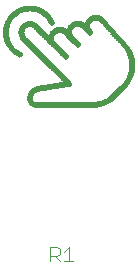
<source format=gto>
G75*
%MOIN*%
%OFA0B0*%
%FSLAX24Y24*%
%IPPOS*%
%LPD*%
%AMOC8*
5,1,8,0,0,1.08239X$1,22.5*
%
%ADD10R,0.2055X0.0007*%
%ADD11R,0.2135X0.0007*%
%ADD12R,0.2195X0.0007*%
%ADD13R,0.2249X0.0007*%
%ADD14R,0.2289X0.0007*%
%ADD15R,0.2322X0.0007*%
%ADD16R,0.2356X0.0007*%
%ADD17R,0.2389X0.0007*%
%ADD18R,0.2416X0.0007*%
%ADD19R,0.2443X0.0007*%
%ADD20R,0.2470X0.0007*%
%ADD21R,0.2490X0.0007*%
%ADD22R,0.2523X0.0007*%
%ADD23R,0.2537X0.0007*%
%ADD24R,0.2557X0.0007*%
%ADD25R,0.2583X0.0007*%
%ADD26R,0.2604X0.0007*%
%ADD27R,0.2624X0.0007*%
%ADD28R,0.2630X0.0007*%
%ADD29R,0.2650X0.0007*%
%ADD30R,0.2670X0.0007*%
%ADD31R,0.2684X0.0007*%
%ADD32R,0.2704X0.0007*%
%ADD33R,0.2711X0.0007*%
%ADD34R,0.2731X0.0007*%
%ADD35R,0.0234X0.0007*%
%ADD36R,0.0515X0.0007*%
%ADD37R,0.0221X0.0007*%
%ADD38R,0.0469X0.0007*%
%ADD39R,0.0207X0.0007*%
%ADD40R,0.0435X0.0007*%
%ADD41R,0.0201X0.0007*%
%ADD42R,0.0415X0.0007*%
%ADD43R,0.0194X0.0007*%
%ADD44R,0.0395X0.0007*%
%ADD45R,0.0187X0.0007*%
%ADD46R,0.0381X0.0007*%
%ADD47R,0.0181X0.0007*%
%ADD48R,0.0368X0.0007*%
%ADD49R,0.0355X0.0007*%
%ADD50R,0.0348X0.0007*%
%ADD51R,0.0174X0.0007*%
%ADD52R,0.0335X0.0007*%
%ADD53R,0.0328X0.0007*%
%ADD54R,0.0167X0.0007*%
%ADD55R,0.0321X0.0007*%
%ADD56R,0.0315X0.0007*%
%ADD57R,0.0308X0.0007*%
%ADD58R,0.0301X0.0007*%
%ADD59R,0.0294X0.0007*%
%ADD60R,0.0288X0.0007*%
%ADD61R,0.0281X0.0007*%
%ADD62R,0.0274X0.0007*%
%ADD63R,0.0268X0.0007*%
%ADD64R,0.0261X0.0007*%
%ADD65R,0.0254X0.0007*%
%ADD66R,0.0248X0.0007*%
%ADD67R,0.0241X0.0007*%
%ADD68R,0.0214X0.0007*%
%ADD69R,0.0428X0.0007*%
%ADD70R,0.0462X0.0007*%
%ADD71R,0.0502X0.0007*%
%ADD72R,0.0535X0.0007*%
%ADD73R,0.0576X0.0007*%
%ADD74R,0.0609X0.0007*%
%ADD75R,0.0643X0.0007*%
%ADD76R,0.0683X0.0007*%
%ADD77R,0.0716X0.0007*%
%ADD78R,0.0750X0.0007*%
%ADD79R,0.0783X0.0007*%
%ADD80R,0.0817X0.0007*%
%ADD81R,0.0850X0.0007*%
%ADD82R,0.0883X0.0007*%
%ADD83R,0.0910X0.0007*%
%ADD84R,0.0944X0.0007*%
%ADD85R,0.0970X0.0007*%
%ADD86R,0.0997X0.0007*%
%ADD87R,0.1031X0.0007*%
%ADD88R,0.1051X0.0007*%
%ADD89R,0.1071X0.0007*%
%ADD90R,0.1078X0.0007*%
%ADD91R,0.1024X0.0007*%
%ADD92R,0.0228X0.0007*%
%ADD93R,0.0984X0.0007*%
%ADD94R,0.0950X0.0007*%
%ADD95R,0.0870X0.0007*%
%ADD96R,0.0830X0.0007*%
%ADD97R,0.0796X0.0007*%
%ADD98R,0.0709X0.0007*%
%ADD99R,0.0669X0.0007*%
%ADD100R,0.0629X0.0007*%
%ADD101R,0.0582X0.0007*%
%ADD102R,0.0542X0.0007*%
%ADD103R,0.0495X0.0007*%
%ADD104R,0.0455X0.0007*%
%ADD105R,0.0408X0.0007*%
%ADD106R,0.0361X0.0007*%
%ADD107R,0.0054X0.0007*%
%ADD108R,0.0087X0.0007*%
%ADD109R,0.0107X0.0007*%
%ADD110R,0.0120X0.0007*%
%ADD111R,0.0134X0.0007*%
%ADD112R,0.0141X0.0007*%
%ADD113R,0.0154X0.0007*%
%ADD114R,0.0161X0.0007*%
%ADD115R,0.0007X0.0007*%
%ADD116R,0.0060X0.0007*%
%ADD117R,0.0094X0.0007*%
%ADD118R,0.0341X0.0007*%
%ADD119R,0.0375X0.0007*%
%ADD120R,0.0388X0.0007*%
%ADD121R,0.0114X0.0007*%
%ADD122R,0.0703X0.0007*%
%ADD123R,0.0696X0.0007*%
%ADD124R,0.0689X0.0007*%
%ADD125R,0.0676X0.0007*%
%ADD126R,0.0663X0.0007*%
%ADD127R,0.0656X0.0007*%
%ADD128R,0.0448X0.0007*%
%ADD129R,0.0422X0.0007*%
%ADD130R,0.0622X0.0007*%
%ADD131R,0.0596X0.0007*%
%ADD132R,0.0562X0.0007*%
%ADD133R,0.0549X0.0007*%
%ADD134R,0.0080X0.0007*%
%ADD135R,0.0522X0.0007*%
%ADD136R,0.0509X0.0007*%
%ADD137R,0.0489X0.0007*%
%ADD138R,0.0475X0.0007*%
%ADD139R,0.0147X0.0007*%
%ADD140R,0.0442X0.0007*%
%ADD141R,0.0402X0.0007*%
%ADD142R,0.0616X0.0007*%
%ADD143R,0.0602X0.0007*%
%ADD144R,0.0569X0.0007*%
%ADD145R,0.0556X0.0007*%
%ADD146R,0.0529X0.0007*%
%ADD147R,0.0482X0.0007*%
%ADD148R,0.1004X0.0007*%
%ADD149R,0.0964X0.0007*%
%ADD150R,0.0924X0.0007*%
%ADD151R,0.0904X0.0007*%
%ADD152R,0.0877X0.0007*%
%ADD153R,0.0857X0.0007*%
%ADD154R,0.0803X0.0007*%
%ADD155R,0.0776X0.0007*%
%ADD156R,0.0723X0.0007*%
%ADD157R,0.0589X0.0007*%
%ADD158C,0.0040*%
D10*
X006662Y017094D03*
D11*
X006675Y017101D03*
D12*
X006685Y017107D03*
D13*
X006692Y017114D03*
D14*
X006699Y017121D03*
D15*
X006709Y017128D03*
D16*
X006712Y017134D03*
D17*
X006715Y017141D03*
D18*
X006722Y017148D03*
D19*
X006729Y017154D03*
D20*
X006735Y017161D03*
D21*
X006739Y017168D03*
D22*
X006742Y017174D03*
D23*
X006749Y017181D03*
D24*
X006752Y017188D03*
D25*
X006759Y017194D03*
D26*
X006762Y017201D03*
D27*
X006766Y017208D03*
D28*
X006769Y017215D03*
D29*
X006772Y017221D03*
D30*
X006776Y017228D03*
D31*
X006782Y017235D03*
D32*
X006786Y017241D03*
D33*
X006789Y017248D03*
D34*
X006792Y017255D03*
D35*
X006648Y018821D03*
X006642Y018828D03*
X006635Y018834D03*
X007037Y019236D03*
X007043Y019229D03*
X007050Y019222D03*
X007030Y019243D03*
X007023Y019249D03*
X007017Y019256D03*
X007010Y019263D03*
X007003Y019269D03*
X006996Y019276D03*
X006990Y019283D03*
X006983Y019289D03*
X006976Y019296D03*
X006970Y019303D03*
X006963Y019309D03*
X006956Y019316D03*
X006950Y019323D03*
X006943Y019330D03*
X006936Y019336D03*
X006930Y019343D03*
X006923Y019350D03*
X006916Y019356D03*
X006909Y019363D03*
X006903Y019370D03*
X006896Y019376D03*
X006889Y019383D03*
X006883Y019390D03*
X006876Y019396D03*
X006869Y019403D03*
X006863Y019410D03*
X006856Y019417D03*
X006849Y019423D03*
X006843Y019430D03*
X006836Y019437D03*
X006829Y019443D03*
X006822Y019450D03*
X006883Y019771D03*
X007438Y019637D03*
X007445Y019631D03*
X007452Y019624D03*
X007485Y019972D03*
X007907Y019965D03*
X007913Y019959D03*
X007960Y019912D03*
X008168Y019684D03*
X008235Y019611D03*
X008302Y019537D03*
X008369Y019463D03*
X008435Y019390D03*
X008502Y019316D03*
X008569Y019243D03*
X008623Y017804D03*
X008616Y017797D03*
X008609Y017790D03*
X008603Y017783D03*
X008596Y017777D03*
X008589Y017770D03*
X008583Y017763D03*
X008576Y017757D03*
X006280Y019570D03*
X005993Y019477D03*
X005986Y019483D03*
X005979Y019490D03*
X006066Y020133D03*
X005283Y019765D03*
X005296Y019376D03*
X005303Y019370D03*
X005310Y019363D03*
X004915Y019028D03*
X004908Y019035D03*
X004902Y020126D03*
X004908Y020133D03*
X004915Y020139D03*
X005584Y017603D03*
X005578Y017596D03*
X005544Y017261D03*
D36*
X007686Y020052D03*
X007907Y017261D03*
D37*
X008656Y017844D03*
X008663Y017850D03*
X008670Y017857D03*
X008670Y019129D03*
X008663Y019135D03*
X008656Y019142D03*
X008650Y019149D03*
X008630Y019176D03*
X008623Y019182D03*
X007465Y019604D03*
X007465Y019959D03*
X007063Y019202D03*
X006863Y019758D03*
X006662Y018801D03*
X006260Y019557D03*
X006106Y020086D03*
X006100Y020093D03*
X006093Y020099D03*
X005270Y019751D03*
X005270Y019410D03*
X005276Y019403D03*
X004881Y019062D03*
X004875Y019069D03*
X004868Y019075D03*
X004868Y020093D03*
X004875Y020099D03*
X004881Y020106D03*
X005571Y017589D03*
X005564Y017583D03*
X005531Y017268D03*
D38*
X007944Y017268D03*
D39*
X008696Y017891D03*
X008710Y017911D03*
X008717Y017917D03*
X008723Y017931D03*
X008730Y017937D03*
X008730Y019048D03*
X008723Y019055D03*
X008717Y019069D03*
X008710Y019075D03*
X008703Y019082D03*
X008690Y019102D03*
X007686Y020146D03*
X007452Y019945D03*
X007472Y019591D03*
X007083Y019945D03*
X006849Y019744D03*
X006481Y019744D03*
X006247Y019544D03*
X006153Y020026D03*
X006146Y020032D03*
X006140Y020046D03*
X006133Y020052D03*
X006126Y020059D03*
X006669Y018787D03*
X006675Y018781D03*
X007070Y019189D03*
X005551Y017569D03*
X005524Y017275D03*
X004848Y019102D03*
X004841Y019109D03*
X004835Y019122D03*
X004828Y019129D03*
X004821Y019135D03*
X005250Y019437D03*
X005256Y019430D03*
X005250Y019731D03*
X005256Y019738D03*
X004835Y020046D03*
X004828Y020039D03*
X004841Y020059D03*
X004848Y020066D03*
X004815Y020019D03*
D40*
X007967Y017275D03*
D41*
X008720Y017924D03*
X008733Y017944D03*
X008740Y017951D03*
X008740Y017957D03*
X008747Y017964D03*
X008753Y017971D03*
X008760Y017984D03*
X008767Y018988D03*
X008753Y019008D03*
X008747Y019022D03*
X008740Y019028D03*
X008740Y019035D03*
X008733Y019042D03*
X008720Y019062D03*
X007475Y019584D03*
X007448Y019939D03*
X007073Y019182D03*
X006846Y019738D03*
X006244Y019537D03*
X006170Y019999D03*
X006163Y020006D03*
X006163Y020012D03*
X006156Y020019D03*
X006143Y020039D03*
X005246Y019724D03*
X005240Y019450D03*
X005246Y019443D03*
X005132Y018821D03*
X004818Y019142D03*
X004811Y019149D03*
X004811Y019156D03*
X004805Y019162D03*
X004798Y019176D03*
X004798Y019992D03*
X004805Y020006D03*
X004811Y020012D03*
X004818Y020026D03*
X004825Y020032D03*
X005547Y017563D03*
X005541Y017556D03*
X005534Y017543D03*
X005514Y017281D03*
D42*
X006090Y019470D03*
X007990Y017281D03*
D43*
X008757Y017978D03*
X008763Y017991D03*
X008770Y017998D03*
X008770Y018004D03*
X008777Y018011D03*
X008777Y018018D03*
X008783Y018024D03*
X008790Y018038D03*
X008783Y018955D03*
X008783Y018961D03*
X008777Y018968D03*
X008777Y018975D03*
X008770Y018981D03*
X008763Y018995D03*
X008757Y019002D03*
X008750Y019015D03*
X007478Y019577D03*
X007431Y019912D03*
X007438Y019919D03*
X007438Y019925D03*
X007445Y019932D03*
X007077Y019176D03*
X006829Y019711D03*
X006836Y019718D03*
X006836Y019724D03*
X006843Y019731D03*
X006675Y018774D03*
X006227Y019510D03*
X006233Y019517D03*
X006233Y019524D03*
X006240Y019530D03*
X006200Y019945D03*
X006193Y019959D03*
X006187Y019965D03*
X006187Y019972D03*
X006180Y019979D03*
X006180Y019985D03*
X006173Y019992D03*
X005484Y019939D03*
X005243Y019718D03*
X005236Y019711D03*
X005236Y019457D03*
X004788Y019196D03*
X004788Y019189D03*
X004794Y019182D03*
X004801Y019169D03*
X004781Y019202D03*
X004774Y019216D03*
X004768Y019229D03*
X004768Y019939D03*
X004774Y019952D03*
X004781Y019965D03*
X004788Y019972D03*
X004788Y019979D03*
X004794Y019985D03*
X004801Y019999D03*
X005537Y017549D03*
X005531Y017536D03*
X005524Y017529D03*
X005511Y017288D03*
D44*
X005698Y017650D03*
X006093Y019457D03*
X005825Y020287D03*
X005143Y020287D03*
X008007Y017288D03*
D45*
X008787Y018031D03*
X008794Y018044D03*
X008794Y018051D03*
X008800Y018058D03*
X008800Y018065D03*
X008807Y018071D03*
X008807Y018078D03*
X008814Y018085D03*
X008814Y018091D03*
X008820Y018105D03*
X008827Y018118D03*
X008834Y018848D03*
X008820Y018881D03*
X008814Y018894D03*
X008807Y018908D03*
X008807Y018915D03*
X008800Y018921D03*
X008800Y018928D03*
X008794Y018935D03*
X008794Y018941D03*
X008787Y018948D03*
X007482Y019570D03*
X007428Y019905D03*
X007080Y019169D03*
X006826Y019704D03*
X006679Y018767D03*
X006223Y019504D03*
X006210Y019925D03*
X006203Y019932D03*
X006203Y019939D03*
X006197Y019952D03*
X005233Y019704D03*
X005226Y019698D03*
X005226Y019691D03*
X005226Y019477D03*
X005226Y019470D03*
X005233Y019463D03*
X005139Y018814D03*
X004778Y019209D03*
X004771Y019222D03*
X004764Y019236D03*
X004758Y019243D03*
X004758Y019249D03*
X004751Y019263D03*
X004744Y019276D03*
X004738Y019872D03*
X004744Y019892D03*
X004751Y019905D03*
X004758Y019919D03*
X004758Y019925D03*
X004764Y019932D03*
X004771Y019945D03*
X004778Y019959D03*
X005521Y017522D03*
X005521Y017516D03*
X005514Y017509D03*
X005501Y017308D03*
X005507Y017295D03*
D46*
X006100Y019443D03*
X006481Y019704D03*
X007083Y019905D03*
X007686Y020106D03*
X008027Y017295D03*
X005484Y019898D03*
D47*
X005223Y019684D03*
X005223Y019678D03*
X005216Y019671D03*
X005216Y019664D03*
X005209Y019644D03*
X005216Y019497D03*
X005216Y019490D03*
X005223Y019483D03*
X004734Y019309D03*
X004734Y019303D03*
X004734Y019296D03*
X004741Y019289D03*
X004741Y019283D03*
X004748Y019269D03*
X004754Y019256D03*
X004728Y019316D03*
X004728Y019323D03*
X004721Y019336D03*
X004721Y019343D03*
X004714Y019363D03*
X004707Y019778D03*
X004714Y019805D03*
X004721Y019825D03*
X004721Y019831D03*
X004728Y019845D03*
X004728Y019852D03*
X004734Y019858D03*
X004734Y019865D03*
X004741Y019878D03*
X004741Y019885D03*
X004748Y019898D03*
X004754Y019912D03*
X005511Y017502D03*
X005511Y017496D03*
X005504Y017489D03*
X005504Y017482D03*
X005504Y017476D03*
X005497Y017462D03*
X005497Y017315D03*
X005504Y017302D03*
X006213Y019477D03*
X006213Y019483D03*
X006220Y019490D03*
X006220Y019497D03*
X006213Y019912D03*
X006213Y019919D03*
X006816Y019684D03*
X006816Y019678D03*
X006822Y019691D03*
X006822Y019698D03*
X007083Y019162D03*
X006682Y018761D03*
X007418Y019878D03*
X007418Y019885D03*
X007425Y019892D03*
X007425Y019898D03*
X007485Y019564D03*
X008810Y018901D03*
X008817Y018888D03*
X008824Y018874D03*
X008824Y018868D03*
X008830Y018861D03*
X008830Y018854D03*
X008837Y018841D03*
X008837Y018834D03*
X008844Y018828D03*
X008844Y018821D03*
X008844Y018814D03*
X008850Y018801D03*
X008857Y018781D03*
X008864Y018754D03*
X008857Y018205D03*
X008850Y018185D03*
X008850Y018178D03*
X008844Y018165D03*
X008844Y018158D03*
X008837Y018152D03*
X008837Y018145D03*
X008837Y018138D03*
X008830Y018131D03*
X008830Y018125D03*
X008824Y018111D03*
X008817Y018098D03*
D48*
X008041Y017302D03*
X007083Y019912D03*
X006481Y019711D03*
X007686Y020113D03*
D49*
X007311Y019785D03*
X006709Y019584D03*
X006106Y019423D03*
X005671Y017643D03*
X005109Y020273D03*
X008054Y017308D03*
D50*
X008071Y017315D03*
X006110Y019417D03*
X005092Y020267D03*
D51*
X005213Y019657D03*
X005213Y019651D03*
X005206Y019637D03*
X005206Y019631D03*
X005206Y019624D03*
X005206Y019617D03*
X005206Y019544D03*
X005206Y019537D03*
X005206Y019530D03*
X005206Y019524D03*
X005213Y019517D03*
X005213Y019510D03*
X005213Y019504D03*
X004711Y019383D03*
X004711Y019376D03*
X004711Y019370D03*
X004718Y019356D03*
X004718Y019350D03*
X004724Y019330D03*
X004704Y019390D03*
X004704Y019396D03*
X004704Y019403D03*
X004704Y019410D03*
X004697Y019423D03*
X004697Y019430D03*
X004697Y019437D03*
X004697Y019443D03*
X004691Y019463D03*
X004691Y019470D03*
X004691Y019477D03*
X004691Y019483D03*
X004684Y019524D03*
X004684Y019530D03*
X004684Y019537D03*
X004684Y019544D03*
X004684Y019550D03*
X004684Y019557D03*
X004684Y019564D03*
X004684Y019570D03*
X004684Y019577D03*
X004684Y019584D03*
X004684Y019591D03*
X004684Y019597D03*
X004684Y019604D03*
X004684Y019611D03*
X004684Y019617D03*
X004684Y019624D03*
X004684Y019631D03*
X004684Y019637D03*
X004684Y019644D03*
X004691Y019684D03*
X004691Y019691D03*
X004691Y019698D03*
X004691Y019704D03*
X004697Y019724D03*
X004697Y019731D03*
X004697Y019738D03*
X004697Y019744D03*
X004704Y019758D03*
X004704Y019765D03*
X004704Y019771D03*
X004711Y019785D03*
X004711Y019791D03*
X004711Y019798D03*
X004718Y019811D03*
X004718Y019818D03*
X004724Y019838D03*
X005501Y017469D03*
X005494Y017456D03*
X005494Y017449D03*
X005494Y017442D03*
X005494Y017435D03*
X005487Y017415D03*
X005487Y017409D03*
X005487Y017402D03*
X005487Y017395D03*
X005487Y017389D03*
X005487Y017382D03*
X005487Y017375D03*
X005487Y017369D03*
X005487Y017362D03*
X005487Y017355D03*
X005487Y017348D03*
X005487Y017342D03*
X005494Y017328D03*
X005494Y017322D03*
X006685Y018754D03*
X007087Y019156D03*
X007488Y019557D03*
X006217Y019898D03*
X006217Y019905D03*
X008847Y018807D03*
X008854Y018794D03*
X008854Y018787D03*
X008860Y018774D03*
X008860Y018767D03*
X008860Y018761D03*
X008867Y018747D03*
X008867Y018741D03*
X008867Y018734D03*
X008874Y018727D03*
X008874Y018720D03*
X008874Y018714D03*
X008874Y018707D03*
X008881Y018694D03*
X008881Y018687D03*
X008881Y018680D03*
X008881Y018674D03*
X008887Y018654D03*
X008887Y018647D03*
X008887Y018640D03*
X008887Y018633D03*
X008894Y018607D03*
X008894Y018600D03*
X008894Y018593D03*
X008894Y018587D03*
X008894Y018580D03*
X008894Y018406D03*
X008894Y018399D03*
X008894Y018393D03*
X008894Y018386D03*
X008894Y018379D03*
X008887Y018352D03*
X008887Y018346D03*
X008887Y018339D03*
X008887Y018332D03*
X008887Y018326D03*
X008881Y018312D03*
X008881Y018306D03*
X008881Y018299D03*
X008881Y018292D03*
X008874Y018279D03*
X008874Y018272D03*
X008874Y018265D03*
X008874Y018259D03*
X008867Y018252D03*
X008867Y018245D03*
X008867Y018239D03*
X008867Y018232D03*
X008860Y018225D03*
X008860Y018219D03*
X008860Y018212D03*
X008854Y018198D03*
X008854Y018192D03*
X008847Y018172D03*
D52*
X008084Y017322D03*
X007321Y019778D03*
X006719Y019577D03*
X006116Y019403D03*
X005487Y019912D03*
X005079Y020260D03*
D53*
X005892Y020260D03*
X006120Y019396D03*
X008094Y017328D03*
D54*
X008877Y018285D03*
X008884Y018319D03*
X008891Y018359D03*
X008891Y018366D03*
X008891Y018372D03*
X008897Y018413D03*
X008897Y018419D03*
X008897Y018426D03*
X008897Y018433D03*
X008897Y018439D03*
X008897Y018446D03*
X008897Y018453D03*
X008897Y018459D03*
X008897Y018466D03*
X008897Y018473D03*
X008897Y018480D03*
X008897Y018486D03*
X008897Y018493D03*
X008897Y018500D03*
X008897Y018506D03*
X008897Y018513D03*
X008897Y018520D03*
X008897Y018526D03*
X008897Y018533D03*
X008897Y018540D03*
X008897Y018546D03*
X008897Y018553D03*
X008897Y018560D03*
X008897Y018567D03*
X008897Y018573D03*
X008891Y018613D03*
X008891Y018620D03*
X008891Y018627D03*
X008884Y018660D03*
X008884Y018667D03*
X008877Y018700D03*
X005491Y017429D03*
X005491Y017422D03*
X005491Y017335D03*
X005143Y018807D03*
X005203Y019550D03*
X005203Y019557D03*
X005203Y019564D03*
X005203Y019570D03*
X005203Y019577D03*
X005203Y019584D03*
X005203Y019591D03*
X005203Y019597D03*
X005203Y019604D03*
X005203Y019611D03*
X004687Y019651D03*
X004687Y019657D03*
X004687Y019664D03*
X004687Y019671D03*
X004687Y019678D03*
X004694Y019711D03*
X004694Y019718D03*
X004701Y019751D03*
X004687Y019517D03*
X004687Y019510D03*
X004687Y019504D03*
X004687Y019497D03*
X004687Y019490D03*
X004694Y019457D03*
X004694Y019450D03*
X004701Y019417D03*
D55*
X005066Y020253D03*
X005902Y020253D03*
X006123Y019390D03*
X006725Y019570D03*
X007328Y019771D03*
X008111Y017335D03*
D56*
X008121Y017342D03*
X007083Y019925D03*
X006481Y019724D03*
X006126Y019383D03*
X005919Y020246D03*
X005056Y020246D03*
X005651Y017636D03*
X006702Y017924D03*
X007686Y020126D03*
D57*
X007334Y019765D03*
X006732Y019564D03*
X006130Y019376D03*
X005929Y020240D03*
X005487Y019919D03*
X005052Y018921D03*
X005059Y018915D03*
X005066Y018908D03*
X005072Y018901D03*
X005079Y018894D03*
X008131Y017348D03*
D58*
X008141Y017355D03*
X006133Y019370D03*
X005939Y020233D03*
X005042Y020240D03*
X005042Y018928D03*
D59*
X005032Y018935D03*
X005086Y018888D03*
X005032Y020233D03*
X005949Y020226D03*
X006136Y019363D03*
X006739Y019557D03*
X007341Y019758D03*
X008151Y017362D03*
D60*
X008161Y017369D03*
X007344Y019751D03*
X006742Y019550D03*
X006140Y019356D03*
X005671Y019778D03*
X005959Y020220D03*
X005089Y018881D03*
X005096Y018874D03*
X005022Y018941D03*
X005009Y018948D03*
X005022Y020226D03*
D61*
X005012Y020220D03*
X004999Y018955D03*
X005628Y017630D03*
X006150Y019343D03*
X006143Y019350D03*
X006484Y019731D03*
X006752Y019544D03*
X007355Y019744D03*
X007689Y020133D03*
X008191Y017389D03*
X008184Y017382D03*
X008171Y017375D03*
X005969Y020213D03*
D62*
X005979Y020206D03*
X006153Y019336D03*
X006756Y019537D03*
X007083Y019932D03*
X007358Y019738D03*
X007873Y019985D03*
X008208Y017402D03*
X008201Y017395D03*
X005484Y019925D03*
X005002Y020213D03*
X004982Y018968D03*
X004989Y018961D03*
X005102Y018868D03*
D63*
X005106Y018861D03*
X005306Y019778D03*
X004985Y020200D03*
X004992Y020206D03*
X005487Y020461D03*
X005688Y019771D03*
X005996Y020193D03*
X005989Y020200D03*
X006156Y019330D03*
X006163Y019323D03*
X006759Y019530D03*
X006766Y019524D03*
X007361Y019731D03*
X008225Y017415D03*
X008218Y017409D03*
X005614Y017623D03*
D64*
X005109Y018854D03*
X004975Y018975D03*
X004969Y020186D03*
X004975Y020193D03*
X005698Y019765D03*
X006013Y020180D03*
X006006Y020186D03*
X006300Y019584D03*
X006167Y019316D03*
X006769Y019517D03*
X006903Y019785D03*
X007365Y019724D03*
X007371Y019718D03*
X007505Y019985D03*
X006722Y017931D03*
X008235Y017422D03*
X008241Y017429D03*
D65*
X008251Y017435D03*
X008258Y017442D03*
X008265Y017449D03*
X007381Y019704D03*
X007375Y019711D03*
X007883Y019979D03*
X006779Y019504D03*
X006772Y019510D03*
X006177Y019303D03*
X006170Y019309D03*
X005708Y019758D03*
X006023Y020173D03*
X005293Y019771D03*
X004952Y020173D03*
X004958Y020180D03*
X004958Y018988D03*
X004965Y018981D03*
X005601Y017616D03*
D66*
X005116Y018848D03*
X004948Y018995D03*
X004942Y019002D03*
X004935Y019008D03*
X004935Y020159D03*
X004942Y020166D03*
X005718Y019751D03*
X005725Y019744D03*
X006026Y020166D03*
X006287Y019577D03*
X006180Y019296D03*
X006187Y019289D03*
X006481Y019738D03*
X006782Y019497D03*
X006789Y019490D03*
X006889Y019778D03*
X007083Y019939D03*
X007385Y019698D03*
X007391Y019691D03*
X007492Y019979D03*
X007686Y020139D03*
X008302Y017482D03*
X008295Y017476D03*
X008288Y017469D03*
X008281Y017462D03*
X008275Y017456D03*
D67*
X008312Y017489D03*
X008318Y017496D03*
X008325Y017502D03*
X008332Y017509D03*
X008338Y017516D03*
X008345Y017522D03*
X008352Y017529D03*
X008358Y017536D03*
X008365Y017543D03*
X008372Y017549D03*
X008379Y017556D03*
X008385Y017563D03*
X008392Y017569D03*
X008399Y017576D03*
X008405Y017583D03*
X008412Y017589D03*
X008419Y017596D03*
X008425Y017603D03*
X008432Y017609D03*
X008439Y017616D03*
X008445Y017623D03*
X008452Y017630D03*
X008459Y017636D03*
X008466Y017643D03*
X008472Y017650D03*
X008479Y017656D03*
X008486Y017663D03*
X008492Y017670D03*
X008499Y017676D03*
X008506Y017683D03*
X008512Y017690D03*
X008519Y017696D03*
X008526Y017703D03*
X008532Y017710D03*
X008539Y017717D03*
X008546Y017723D03*
X008553Y017730D03*
X008559Y017737D03*
X008566Y017743D03*
X008573Y017750D03*
X007897Y019972D03*
X007435Y019644D03*
X007428Y019651D03*
X007421Y019657D03*
X007415Y019664D03*
X007408Y019671D03*
X007401Y019678D03*
X007395Y019684D03*
X006819Y019457D03*
X006812Y019463D03*
X006806Y019470D03*
X006799Y019477D03*
X006792Y019483D03*
X006478Y018995D03*
X006484Y018988D03*
X006491Y018981D03*
X006498Y018975D03*
X006505Y018968D03*
X006511Y018961D03*
X006518Y018955D03*
X006525Y018948D03*
X006531Y018941D03*
X006538Y018935D03*
X006545Y018928D03*
X006551Y018921D03*
X006558Y018915D03*
X006565Y018908D03*
X006571Y018901D03*
X006578Y018894D03*
X006585Y018888D03*
X006592Y018881D03*
X006598Y018874D03*
X006605Y018868D03*
X006612Y018861D03*
X006618Y018854D03*
X006625Y018848D03*
X006632Y018841D03*
X006471Y019002D03*
X006464Y019008D03*
X006458Y019015D03*
X006451Y019022D03*
X006444Y019028D03*
X006438Y019035D03*
X006431Y019042D03*
X006424Y019048D03*
X006418Y019055D03*
X006411Y019062D03*
X006404Y019069D03*
X006397Y019075D03*
X006391Y019082D03*
X006384Y019089D03*
X006377Y019095D03*
X006371Y019102D03*
X006364Y019109D03*
X006357Y019115D03*
X006351Y019122D03*
X006344Y019129D03*
X006337Y019135D03*
X006331Y019142D03*
X006324Y019149D03*
X006317Y019156D03*
X006310Y019162D03*
X006304Y019169D03*
X006297Y019176D03*
X006290Y019182D03*
X006284Y019189D03*
X006277Y019196D03*
X006270Y019202D03*
X006264Y019209D03*
X006257Y019216D03*
X006250Y019222D03*
X006244Y019229D03*
X006237Y019236D03*
X006230Y019243D03*
X006223Y019249D03*
X006217Y019256D03*
X006210Y019263D03*
X006203Y019269D03*
X006197Y019276D03*
X006190Y019283D03*
X005976Y019497D03*
X005969Y019504D03*
X005962Y019510D03*
X005956Y019517D03*
X005949Y019524D03*
X005942Y019530D03*
X005936Y019537D03*
X005929Y019544D03*
X005922Y019550D03*
X005916Y019557D03*
X005909Y019564D03*
X005902Y019570D03*
X005895Y019577D03*
X005889Y019584D03*
X005882Y019591D03*
X005875Y019597D03*
X005869Y019604D03*
X005862Y019611D03*
X005855Y019617D03*
X005849Y019624D03*
X005842Y019631D03*
X005835Y019637D03*
X005829Y019644D03*
X005822Y019651D03*
X005815Y019657D03*
X005808Y019664D03*
X005802Y019671D03*
X005795Y019678D03*
X005788Y019684D03*
X005782Y019691D03*
X005775Y019698D03*
X005768Y019704D03*
X005762Y019711D03*
X005755Y019718D03*
X005748Y019724D03*
X005742Y019731D03*
X005735Y019738D03*
X005487Y019932D03*
X005313Y019356D03*
X005320Y019350D03*
X005327Y019343D03*
X005333Y019336D03*
X005340Y019330D03*
X005347Y019323D03*
X005353Y019316D03*
X005360Y019309D03*
X005367Y019303D03*
X005373Y019296D03*
X005380Y019289D03*
X005387Y019283D03*
X005394Y019276D03*
X005400Y019269D03*
X005407Y019263D03*
X005414Y019256D03*
X005420Y019249D03*
X005427Y019243D03*
X005434Y019236D03*
X005440Y019229D03*
X005447Y019222D03*
X005454Y019216D03*
X005460Y019209D03*
X005467Y019202D03*
X005474Y019196D03*
X005481Y019189D03*
X005487Y019182D03*
X005494Y019176D03*
X005501Y019169D03*
X005507Y019162D03*
X005514Y019156D03*
X005521Y019149D03*
X005527Y019142D03*
X005534Y019135D03*
X005541Y019129D03*
X005547Y019122D03*
X005554Y019115D03*
X005561Y019109D03*
X005568Y019102D03*
X005574Y019095D03*
X005581Y019089D03*
X005588Y019082D03*
X005594Y019075D03*
X005601Y019069D03*
X005608Y019062D03*
X005614Y019055D03*
X005621Y019048D03*
X005628Y019042D03*
X005634Y019035D03*
X005641Y019028D03*
X005648Y019022D03*
X005655Y019015D03*
X005661Y019008D03*
X005668Y019002D03*
X005675Y018995D03*
X005681Y018988D03*
X005688Y018981D03*
X005695Y018975D03*
X005701Y018968D03*
X005708Y018961D03*
X005715Y018955D03*
X005721Y018948D03*
X005728Y018941D03*
X005735Y018935D03*
X005742Y018928D03*
X005748Y018921D03*
X005755Y018915D03*
X005762Y018908D03*
X005768Y018901D03*
X005775Y018894D03*
X005782Y018888D03*
X005788Y018881D03*
X005795Y018874D03*
X005802Y018868D03*
X005808Y018861D03*
X005815Y018854D03*
X005822Y018848D03*
X005829Y018841D03*
X005835Y018834D03*
X005842Y018828D03*
X005849Y018821D03*
X005855Y018814D03*
X005862Y018807D03*
X005869Y018801D03*
X005875Y018794D03*
X005882Y018787D03*
X005889Y018781D03*
X005895Y018774D03*
X005902Y018767D03*
X005909Y018761D03*
X005916Y018754D03*
X005922Y018747D03*
X005929Y018741D03*
X005936Y018734D03*
X005942Y018727D03*
X005949Y018720D03*
X005956Y018714D03*
X005962Y018707D03*
X005969Y018700D03*
X005976Y018694D03*
X005982Y018687D03*
X005989Y018680D03*
X005996Y018674D03*
X006003Y018667D03*
X006009Y018660D03*
X006016Y018654D03*
X006023Y018647D03*
X006029Y018640D03*
X006036Y018633D03*
X006043Y018627D03*
X006049Y018620D03*
X006056Y018613D03*
X006063Y018607D03*
X006069Y018600D03*
X006076Y018593D03*
X006083Y018587D03*
X006090Y018580D03*
X006096Y018573D03*
X006103Y018567D03*
X006110Y018560D03*
X006116Y018553D03*
X006123Y018546D03*
X006130Y018540D03*
X006136Y018533D03*
X006143Y018526D03*
X006150Y018520D03*
X006156Y018513D03*
X006163Y018506D03*
X006170Y018500D03*
X006177Y018493D03*
X006183Y018486D03*
X006190Y018480D03*
X006197Y018473D03*
X006203Y018466D03*
X006210Y018459D03*
X006217Y018453D03*
X006223Y018446D03*
X006230Y018439D03*
X006237Y018433D03*
X006244Y018426D03*
X006250Y018419D03*
X006257Y018413D03*
X006264Y018406D03*
X006270Y018399D03*
X006277Y018393D03*
X006284Y018386D03*
X006290Y018379D03*
X006297Y018372D03*
X006304Y018366D03*
X006310Y018359D03*
X006317Y018352D03*
X006324Y018346D03*
X006331Y018339D03*
X006337Y018332D03*
X006344Y018326D03*
X006351Y018319D03*
X006357Y018312D03*
X006364Y018306D03*
X006371Y018299D03*
X006377Y018292D03*
X006384Y018285D03*
X006391Y018279D03*
X006397Y018272D03*
X006404Y018265D03*
X006411Y018259D03*
X006418Y018252D03*
X006424Y018245D03*
X006431Y018239D03*
X006438Y018232D03*
X006444Y018225D03*
X006451Y018219D03*
X006458Y018212D03*
X006464Y018205D03*
X006471Y018198D03*
X006478Y018192D03*
X006484Y018185D03*
X006491Y018178D03*
X006498Y018172D03*
X006505Y018165D03*
X006511Y018158D03*
X006518Y018152D03*
X006525Y018145D03*
X006531Y018138D03*
X006538Y018131D03*
X006545Y018125D03*
X006551Y018118D03*
X006558Y018111D03*
X006565Y018105D03*
X006571Y018098D03*
X006578Y018091D03*
X006585Y018085D03*
X006592Y018078D03*
X006598Y018071D03*
X006605Y018065D03*
X006612Y018058D03*
X006618Y018051D03*
X006625Y018044D03*
X006632Y018038D03*
X006638Y018031D03*
X006645Y018024D03*
X006652Y018018D03*
X006658Y018011D03*
X006665Y018004D03*
X006672Y017998D03*
X006679Y017991D03*
X006685Y017984D03*
X006692Y017978D03*
X006699Y017971D03*
X006705Y017964D03*
X006712Y017957D03*
X006719Y017951D03*
X006725Y017944D03*
X006732Y017937D03*
X005594Y017609D03*
X005119Y018841D03*
X004925Y019015D03*
X004918Y019022D03*
X004918Y020146D03*
X004925Y020153D03*
X006036Y020159D03*
X006043Y020153D03*
X006049Y020146D03*
X006056Y020139D03*
D68*
X006110Y020079D03*
X006116Y020072D03*
X006123Y020066D03*
X006257Y019550D03*
X006665Y018794D03*
X007067Y019196D03*
X006859Y019751D03*
X007462Y019952D03*
X007468Y019597D03*
X008673Y019122D03*
X008680Y019115D03*
X008686Y019109D03*
X008693Y019095D03*
X008700Y019089D03*
X008706Y017904D03*
X008700Y017897D03*
X008693Y017884D03*
X008686Y017877D03*
X008680Y017870D03*
X008673Y017864D03*
X005561Y017576D03*
X005132Y018828D03*
X004865Y019082D03*
X004858Y019089D03*
X004851Y019095D03*
X004838Y019115D03*
X005260Y019423D03*
X005266Y019417D03*
X005260Y019744D03*
X004865Y020086D03*
X004858Y020079D03*
X004851Y020072D03*
X004838Y020052D03*
D69*
X005166Y020293D03*
X005802Y020293D03*
X005721Y017656D03*
D70*
X005745Y017663D03*
X006481Y019678D03*
X007083Y019878D03*
X007686Y020079D03*
X005484Y020441D03*
D71*
X005484Y020434D03*
X005772Y017670D03*
X007686Y020059D03*
D72*
X005795Y017676D03*
X005487Y019838D03*
D73*
X005487Y019818D03*
X005822Y017683D03*
D74*
X005845Y017690D03*
X005491Y019798D03*
D75*
X005869Y017696D03*
D76*
X005895Y017703D03*
X006545Y019631D03*
X006551Y019637D03*
X007147Y019831D03*
X007154Y019838D03*
D77*
X007130Y019791D03*
X006528Y019591D03*
X005919Y017710D03*
D78*
X005942Y017717D03*
X006498Y017857D03*
X005487Y020387D03*
D79*
X005972Y017723D03*
D80*
X005996Y017730D03*
D81*
X006026Y017737D03*
D82*
X006049Y017743D03*
D83*
X006076Y017750D03*
X006404Y017830D03*
D84*
X006106Y017757D03*
X005484Y020333D03*
D85*
X006133Y017763D03*
D86*
X006160Y017770D03*
D87*
X006190Y017777D03*
D88*
X006220Y017783D03*
X006307Y017804D03*
D89*
X006250Y017790D03*
D90*
X006280Y017797D03*
D91*
X006334Y017810D03*
X005484Y020307D03*
D92*
X005273Y019758D03*
X005280Y019396D03*
X005286Y019390D03*
X005293Y019383D03*
X005126Y018834D03*
X004898Y019042D03*
X004892Y019048D03*
X004885Y019055D03*
X004885Y020113D03*
X004892Y020119D03*
X006069Y020126D03*
X006076Y020119D03*
X006083Y020113D03*
X006090Y020106D03*
X006270Y019564D03*
X006652Y018814D03*
X006658Y018807D03*
X007060Y019209D03*
X007053Y019216D03*
X007455Y019617D03*
X007462Y019611D03*
X007475Y019965D03*
X007923Y019952D03*
X007930Y019945D03*
X007937Y019939D03*
X007944Y019932D03*
X007950Y019925D03*
X007957Y019919D03*
X007964Y019905D03*
X007970Y019898D03*
X007977Y019892D03*
X007984Y019885D03*
X007990Y019878D03*
X007997Y019872D03*
X008004Y019865D03*
X008010Y019858D03*
X008017Y019852D03*
X008024Y019845D03*
X008031Y019838D03*
X008031Y019831D03*
X008037Y019825D03*
X008044Y019818D03*
X008051Y019811D03*
X008057Y019805D03*
X008064Y019798D03*
X008071Y019791D03*
X008077Y019785D03*
X008084Y019778D03*
X008091Y019771D03*
X008097Y019765D03*
X008097Y019758D03*
X008104Y019751D03*
X008111Y019744D03*
X008118Y019738D03*
X008124Y019731D03*
X008131Y019724D03*
X008138Y019718D03*
X008144Y019711D03*
X008151Y019704D03*
X008158Y019698D03*
X008164Y019691D03*
X008171Y019678D03*
X008178Y019671D03*
X008184Y019664D03*
X008191Y019657D03*
X008198Y019651D03*
X008205Y019644D03*
X008211Y019637D03*
X008218Y019631D03*
X008225Y019624D03*
X008231Y019617D03*
X008238Y019604D03*
X008245Y019597D03*
X008251Y019591D03*
X008258Y019584D03*
X008265Y019577D03*
X008271Y019570D03*
X008278Y019564D03*
X008285Y019557D03*
X008292Y019550D03*
X008298Y019544D03*
X008305Y019530D03*
X008312Y019524D03*
X008318Y019517D03*
X008325Y019510D03*
X008332Y019504D03*
X008338Y019497D03*
X008345Y019490D03*
X008352Y019483D03*
X008358Y019477D03*
X008365Y019470D03*
X008372Y019457D03*
X008379Y019450D03*
X008385Y019443D03*
X008392Y019437D03*
X008399Y019430D03*
X008405Y019423D03*
X008412Y019417D03*
X008419Y019410D03*
X008425Y019403D03*
X008432Y019396D03*
X008439Y019383D03*
X008445Y019376D03*
X008452Y019370D03*
X008459Y019363D03*
X008466Y019356D03*
X008472Y019350D03*
X008479Y019343D03*
X008486Y019336D03*
X008492Y019330D03*
X008499Y019323D03*
X008506Y019309D03*
X008512Y019303D03*
X008519Y019296D03*
X008526Y019289D03*
X008532Y019283D03*
X008539Y019276D03*
X008546Y019269D03*
X008553Y019263D03*
X008559Y019256D03*
X008566Y019249D03*
X008573Y019236D03*
X008579Y019229D03*
X008586Y019222D03*
X008593Y019216D03*
X008599Y019209D03*
X008606Y019202D03*
X008613Y019196D03*
X008619Y019189D03*
X008633Y019169D03*
X008640Y019162D03*
X008646Y019156D03*
X008653Y017837D03*
X008646Y017830D03*
X008640Y017824D03*
X008633Y017817D03*
X008626Y017810D03*
X006873Y019765D03*
D93*
X006361Y017817D03*
X005484Y020320D03*
D94*
X006384Y017824D03*
D95*
X006431Y017837D03*
D96*
X006451Y017844D03*
X005487Y020367D03*
D97*
X006474Y017850D03*
D98*
X006518Y017864D03*
X006531Y019597D03*
X007134Y019798D03*
D99*
X007160Y019852D03*
X006565Y019657D03*
X006558Y019651D03*
X006538Y017870D03*
D100*
X006565Y017877D03*
X005494Y019785D03*
X007689Y019992D03*
D101*
X007686Y020019D03*
X006581Y017884D03*
X005491Y019811D03*
D102*
X006602Y017891D03*
X007686Y020039D03*
D103*
X006625Y017897D03*
D104*
X006645Y017904D03*
X005487Y019872D03*
D105*
X005484Y020447D03*
X006093Y019463D03*
X006481Y019698D03*
X007083Y019898D03*
X007686Y020099D03*
X006662Y017911D03*
D106*
X006685Y017917D03*
X006103Y019430D03*
X005862Y020273D03*
X005487Y019905D03*
D107*
X006217Y019831D03*
X006692Y018700D03*
X007094Y019102D03*
X007495Y019504D03*
D108*
X007492Y019510D03*
X007090Y019109D03*
X006689Y018707D03*
D109*
X006692Y018714D03*
X007094Y019115D03*
X007495Y019517D03*
X006217Y019845D03*
D110*
X006217Y019852D03*
X006692Y018720D03*
X007094Y019122D03*
X005153Y018787D03*
D111*
X005487Y019945D03*
X006217Y019865D03*
X006217Y019858D03*
X006692Y018727D03*
X007094Y019129D03*
X007495Y019530D03*
D112*
X007492Y019537D03*
X007090Y019135D03*
X006689Y018734D03*
X005149Y018794D03*
D113*
X005149Y018801D03*
X006481Y019751D03*
X006689Y018741D03*
X007090Y019142D03*
X007492Y019544D03*
X007686Y020153D03*
X007083Y019952D03*
D114*
X007488Y019550D03*
X007087Y019149D03*
X006685Y018747D03*
X006217Y019878D03*
X006217Y019885D03*
X006217Y019892D03*
X005487Y020467D03*
D115*
X005156Y018767D03*
D116*
X005156Y018774D03*
X006481Y019758D03*
X007083Y019959D03*
X007686Y020159D03*
D117*
X005153Y018781D03*
D118*
X005879Y020267D03*
X005484Y020454D03*
X006113Y019410D03*
X006481Y019718D03*
X007083Y019919D03*
X007686Y020119D03*
D119*
X006103Y019437D03*
X005849Y020280D03*
X005126Y020280D03*
D120*
X006096Y019450D03*
D121*
X007498Y019524D03*
D122*
X007137Y019805D03*
X007137Y019811D03*
X006535Y019611D03*
X006535Y019604D03*
D123*
X006538Y019617D03*
X007140Y019818D03*
D124*
X007144Y019825D03*
X006541Y019624D03*
X005484Y020400D03*
D125*
X006555Y019644D03*
X007157Y019845D03*
D126*
X007164Y019858D03*
X007170Y019865D03*
X006568Y019664D03*
D127*
X006571Y019671D03*
X007174Y019872D03*
X005487Y020407D03*
D128*
X006481Y019684D03*
X007083Y019885D03*
X007686Y020086D03*
D129*
X007686Y020093D03*
X007083Y019892D03*
X006481Y019691D03*
X005484Y019885D03*
D130*
X005491Y019791D03*
X005484Y020414D03*
D131*
X005491Y019805D03*
X007686Y020012D03*
D132*
X005487Y019825D03*
D133*
X005487Y019831D03*
X005487Y020427D03*
D134*
X006217Y019838D03*
D135*
X005487Y019845D03*
D136*
X005487Y019852D03*
D137*
X005484Y019858D03*
X005765Y020300D03*
X007686Y020066D03*
D138*
X007686Y020072D03*
X005484Y019865D03*
D139*
X006217Y019872D03*
D140*
X005487Y019878D03*
D141*
X005487Y019892D03*
D142*
X007689Y019999D03*
D143*
X007689Y020006D03*
D144*
X007686Y020026D03*
D145*
X007686Y020032D03*
D146*
X007686Y020046D03*
D147*
X005206Y020300D03*
D148*
X005487Y020313D03*
D149*
X005487Y020327D03*
D150*
X005487Y020340D03*
D151*
X005484Y020347D03*
D152*
X005484Y020354D03*
D153*
X005487Y020360D03*
D154*
X005487Y020374D03*
D155*
X005487Y020380D03*
D156*
X005487Y020394D03*
D157*
X005487Y020420D03*
D158*
X006169Y012448D02*
X006169Y011987D01*
X006169Y012141D02*
X006399Y012141D01*
X006476Y012218D01*
X006476Y012371D01*
X006399Y012448D01*
X006169Y012448D01*
X006323Y012141D02*
X006476Y011987D01*
X006630Y011987D02*
X006937Y011987D01*
X006783Y011987D02*
X006783Y012448D01*
X006630Y012294D01*
M02*

</source>
